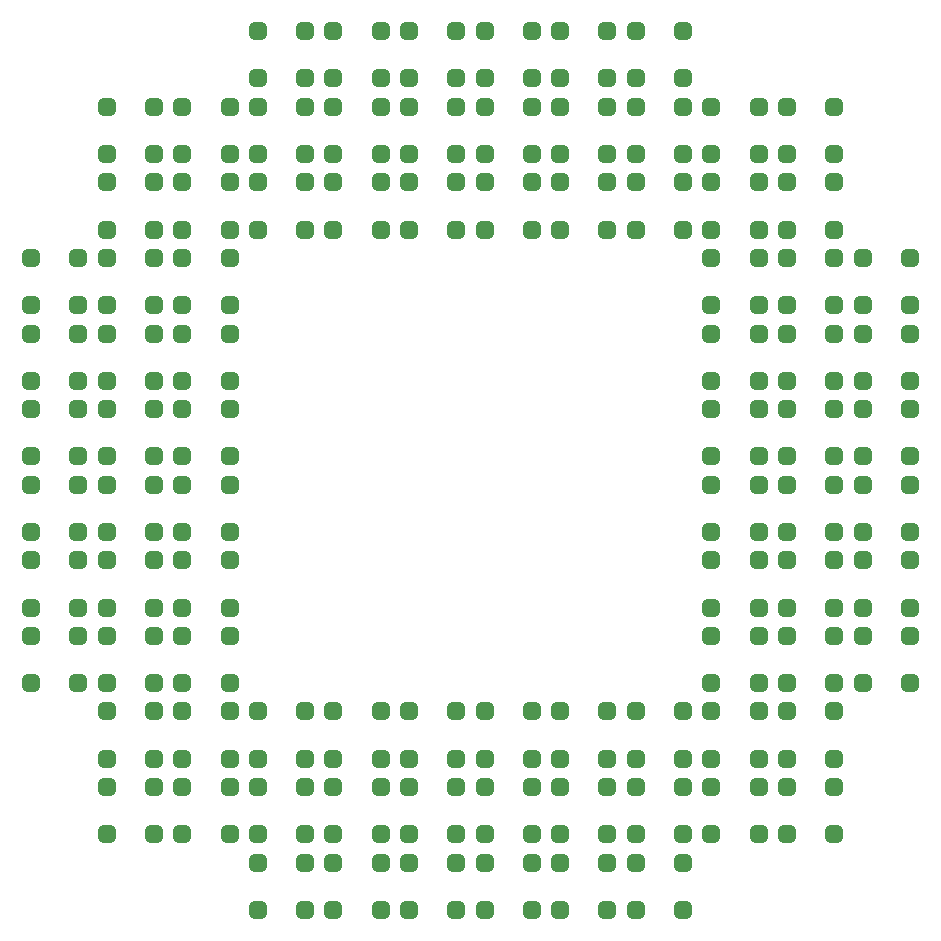
<source format=gbr>
%TF.GenerationSoftware,KiCad,Pcbnew,(6.0.5)*%
%TF.CreationDate,2022-06-16T08:04:58-07:00*%
%TF.ProjectId,LED,4c45442e-6b69-4636-9164-5f7063625858,rev?*%
%TF.SameCoordinates,Original*%
%TF.FileFunction,Paste,Top*%
%TF.FilePolarity,Positive*%
%FSLAX46Y46*%
G04 Gerber Fmt 4.6, Leading zero omitted, Abs format (unit mm)*
G04 Created by KiCad (PCBNEW (6.0.5)) date 2022-06-16 08:04:58*
%MOMM*%
%LPD*%
G01*
G04 APERTURE LIST*
G04 Aperture macros list*
%AMRoundRect*
0 Rectangle with rounded corners*
0 $1 Rounding radius*
0 $2 $3 $4 $5 $6 $7 $8 $9 X,Y pos of 4 corners*
0 Add a 4 corners polygon primitive as box body*
4,1,4,$2,$3,$4,$5,$6,$7,$8,$9,$2,$3,0*
0 Add four circle primitives for the rounded corners*
1,1,$1+$1,$2,$3*
1,1,$1+$1,$4,$5*
1,1,$1+$1,$6,$7*
1,1,$1+$1,$8,$9*
0 Add four rect primitives between the rounded corners*
20,1,$1+$1,$2,$3,$4,$5,0*
20,1,$1+$1,$4,$5,$6,$7,0*
20,1,$1+$1,$6,$7,$8,$9,0*
20,1,$1+$1,$8,$9,$2,$3,0*%
G04 Aperture macros list end*
%ADD10RoundRect,0.367500X-0.367500X0.367500X-0.367500X-0.367500X0.367500X-0.367500X0.367500X0.367500X0*%
%ADD11RoundRect,0.367500X0.367500X-0.367500X0.367500X0.367500X-0.367500X0.367500X-0.367500X-0.367500X0*%
%ADD12RoundRect,0.367500X-0.367500X-0.367500X0.367500X-0.367500X0.367500X0.367500X-0.367500X0.367500X0*%
%ADD13RoundRect,0.367500X0.367500X0.367500X-0.367500X0.367500X-0.367500X-0.367500X0.367500X-0.367500X0*%
G04 APERTURE END LIST*
D10*
%TO.C,D42*%
X180799995Y-81999997D03*
X180799995Y-85999997D03*
D11*
X176799995Y-85999997D03*
X176799995Y-81999997D03*
%TD*%
D10*
%TO.C,D47*%
X180799995Y-113999997D03*
X180799995Y-117999997D03*
D11*
X176799995Y-117999997D03*
X176799995Y-113999997D03*
%TD*%
D12*
%TO.C,D38*%
X163999995Y-69199997D03*
X167999995Y-69199997D03*
D13*
X167999995Y-73199997D03*
X163999995Y-73199997D03*
%TD*%
D12*
%TO.C,D3*%
X138399995Y-75599997D03*
X142399995Y-75599997D03*
D13*
X142399995Y-79599997D03*
X138399995Y-79599997D03*
%TD*%
D12*
%TO.C,D2*%
X131999995Y-75599997D03*
X135999995Y-75599997D03*
D13*
X135999995Y-79599997D03*
X131999995Y-79599997D03*
%TD*%
D10*
%TO.C,D48*%
X180799995Y-120399997D03*
X180799995Y-124399997D03*
D11*
X176799995Y-124399997D03*
X176799995Y-120399997D03*
%TD*%
D12*
%TO.C,D1*%
X125599995Y-75599997D03*
X129599995Y-75599997D03*
D13*
X129599995Y-79599997D03*
X125599995Y-79599997D03*
%TD*%
%TO.C,D55*%
X142399995Y-130799997D03*
X138399995Y-130799997D03*
D12*
X138399995Y-126799997D03*
X142399995Y-126799997D03*
%TD*%
%TO.C,D4*%
X144799995Y-75599997D03*
X148799995Y-75599997D03*
D13*
X148799995Y-79599997D03*
X144799995Y-79599997D03*
%TD*%
%TO.C,D82*%
X148799995Y-137199997D03*
X144799995Y-137199997D03*
D12*
X144799995Y-133199997D03*
X148799995Y-133199997D03*
%TD*%
%TO.C,D32*%
X125599995Y-69199997D03*
X129599995Y-69199997D03*
D13*
X129599995Y-73199997D03*
X125599995Y-73199997D03*
%TD*%
D10*
%TO.C,D76*%
X187199995Y-101199997D03*
X187199995Y-105199997D03*
D11*
X183199995Y-105199997D03*
X183199995Y-101199997D03*
%TD*%
D10*
%TO.C,D75*%
X187199995Y-94799997D03*
X187199995Y-98799997D03*
D11*
X183199995Y-98799997D03*
X183199995Y-94799997D03*
%TD*%
D12*
%TO.C,D70*%
X151199995Y-62799997D03*
X155199995Y-62799997D03*
D13*
X155199995Y-66799997D03*
X151199995Y-66799997D03*
%TD*%
D11*
%TO.C,D87*%
X112799995Y-105199997D03*
X112799995Y-101199997D03*
D10*
X116799995Y-101199997D03*
X116799995Y-105199997D03*
%TD*%
D11*
%TO.C,D26*%
X125599995Y-98799997D03*
X125599995Y-94799997D03*
D10*
X129599995Y-94799997D03*
X129599995Y-98799997D03*
%TD*%
%TO.C,D13*%
X174399995Y-107599997D03*
X174399995Y-111599997D03*
D11*
X170399995Y-111599997D03*
X170399995Y-107599997D03*
%TD*%
D13*
%TO.C,D53*%
X155199995Y-130799997D03*
X151199995Y-130799997D03*
D12*
X151199995Y-126799997D03*
X155199995Y-126799997D03*
%TD*%
D11*
%TO.C,D86*%
X112799995Y-111599997D03*
X112799995Y-107599997D03*
D10*
X116799995Y-107599997D03*
X116799995Y-111599997D03*
%TD*%
%TO.C,D8*%
X174399995Y-75599997D03*
X174399995Y-79599997D03*
D11*
X170399995Y-79599997D03*
X170399995Y-75599997D03*
%TD*%
%TO.C,D62*%
X119199995Y-105199997D03*
X119199995Y-101199997D03*
D10*
X123199995Y-101199997D03*
X123199995Y-105199997D03*
%TD*%
D13*
%TO.C,D65*%
X116799995Y-92399997D03*
X112799995Y-92399997D03*
D12*
X112799995Y-88399997D03*
X116799995Y-88399997D03*
%TD*%
%TO.C,D7*%
X163999995Y-75599997D03*
X167999995Y-75599997D03*
D13*
X167999995Y-79599997D03*
X163999995Y-79599997D03*
%TD*%
D11*
%TO.C,D25*%
X125599995Y-105199997D03*
X125599995Y-101199997D03*
D10*
X129599995Y-101199997D03*
X129599995Y-105199997D03*
%TD*%
D11*
%TO.C,D27*%
X125599995Y-92399997D03*
X125599995Y-88399997D03*
D10*
X129599995Y-88399997D03*
X129599995Y-92399997D03*
%TD*%
%TO.C,D49*%
X180799995Y-126799997D03*
X180799995Y-130799997D03*
D11*
X176799995Y-130799997D03*
X176799995Y-126799997D03*
%TD*%
D10*
%TO.C,D15*%
X174399995Y-120399997D03*
X174399995Y-124399997D03*
D11*
X170399995Y-124399997D03*
X170399995Y-120399997D03*
%TD*%
D13*
%TO.C,D22*%
X129599995Y-124399997D03*
X125599995Y-124399997D03*
D12*
X125599995Y-120399997D03*
X129599995Y-120399997D03*
%TD*%
D10*
%TO.C,D44*%
X180799995Y-94799997D03*
X180799995Y-98799997D03*
D11*
X176799995Y-98799997D03*
X176799995Y-94799997D03*
%TD*%
D12*
%TO.C,D40*%
X176799995Y-69199997D03*
X180799995Y-69199997D03*
D13*
X180799995Y-73199997D03*
X176799995Y-73199997D03*
%TD*%
D12*
%TO.C,D35*%
X144799995Y-69199997D03*
X148799995Y-69199997D03*
D13*
X148799995Y-73199997D03*
X144799995Y-73199997D03*
%TD*%
D10*
%TO.C,D9*%
X174399995Y-81999997D03*
X174399995Y-85999997D03*
D11*
X170399995Y-85999997D03*
X170399995Y-81999997D03*
%TD*%
%TO.C,D30*%
X119199995Y-79599997D03*
X119199995Y-75599997D03*
D10*
X123199995Y-75599997D03*
X123199995Y-79599997D03*
%TD*%
D11*
%TO.C,D28*%
X125599995Y-85999997D03*
X125599995Y-81999997D03*
D10*
X129599995Y-81999997D03*
X129599995Y-85999997D03*
%TD*%
D13*
%TO.C,D50*%
X174399995Y-130799997D03*
X170399995Y-130799997D03*
D12*
X170399995Y-126799997D03*
X174399995Y-126799997D03*
%TD*%
D13*
%TO.C,D84*%
X135999995Y-137199997D03*
X131999995Y-137199997D03*
D12*
X131999995Y-133199997D03*
X135999995Y-133199997D03*
%TD*%
%TO.C,D67*%
X131999995Y-62799997D03*
X135999995Y-62799997D03*
D13*
X135999995Y-66799997D03*
X131999995Y-66799997D03*
%TD*%
D10*
%TO.C,D73*%
X187199995Y-81999997D03*
X187199995Y-85999997D03*
D11*
X183199995Y-85999997D03*
X183199995Y-81999997D03*
%TD*%
D12*
%TO.C,D31*%
X119199995Y-69199997D03*
X123199995Y-69199997D03*
D13*
X123199995Y-73199997D03*
X119199995Y-73199997D03*
%TD*%
%TO.C,D56*%
X135999995Y-130799997D03*
X131999995Y-130799997D03*
D12*
X131999995Y-126799997D03*
X135999995Y-126799997D03*
%TD*%
D11*
%TO.C,D85*%
X112799995Y-117999997D03*
X112799995Y-113999997D03*
D10*
X116799995Y-113999997D03*
X116799995Y-117999997D03*
%TD*%
%TO.C,D14*%
X174399995Y-113999997D03*
X174399995Y-117999997D03*
D11*
X170399995Y-117999997D03*
X170399995Y-113999997D03*
%TD*%
D12*
%TO.C,D6*%
X157599995Y-75599997D03*
X161599995Y-75599997D03*
D13*
X161599995Y-79599997D03*
X157599995Y-79599997D03*
%TD*%
%TO.C,D18*%
X155199995Y-124399997D03*
X151199995Y-124399997D03*
D12*
X151199995Y-120399997D03*
X155199995Y-120399997D03*
%TD*%
D13*
%TO.C,D21*%
X135999995Y-124399997D03*
X131999995Y-124399997D03*
D12*
X131999995Y-120399997D03*
X135999995Y-120399997D03*
%TD*%
D10*
%TO.C,D10*%
X174399995Y-88399997D03*
X174399995Y-92399997D03*
D11*
X170399995Y-92399997D03*
X170399995Y-88399997D03*
%TD*%
%TO.C,D61*%
X119199995Y-111599997D03*
X119199995Y-107599997D03*
D10*
X123199995Y-107599997D03*
X123199995Y-111599997D03*
%TD*%
D13*
%TO.C,D81*%
X155199995Y-137199997D03*
X151199995Y-137199997D03*
D12*
X151199995Y-133199997D03*
X155199995Y-133199997D03*
%TD*%
D13*
%TO.C,D80*%
X161599995Y-137199997D03*
X157599995Y-137199997D03*
D12*
X157599995Y-133199997D03*
X161599995Y-133199997D03*
%TD*%
D13*
%TO.C,D29*%
X123199995Y-85999997D03*
X119199995Y-85999997D03*
D12*
X119199995Y-81999997D03*
X123199995Y-81999997D03*
%TD*%
D11*
%TO.C,D64*%
X119199995Y-92399997D03*
X119199995Y-88399997D03*
D10*
X123199995Y-88399997D03*
X123199995Y-92399997D03*
%TD*%
D13*
%TO.C,D79*%
X167999995Y-137199997D03*
X163999995Y-137199997D03*
D12*
X163999995Y-133199997D03*
X167999995Y-133199997D03*
%TD*%
%TO.C,D37*%
X157599995Y-69199997D03*
X161599995Y-69199997D03*
D13*
X161599995Y-73199997D03*
X157599995Y-73199997D03*
%TD*%
%TO.C,D83*%
X142399995Y-137199997D03*
X138399995Y-137199997D03*
D12*
X138399995Y-133199997D03*
X142399995Y-133199997D03*
%TD*%
%TO.C,D72*%
X163999995Y-62799997D03*
X167999995Y-62799997D03*
D13*
X167999995Y-66799997D03*
X163999995Y-66799997D03*
%TD*%
D12*
%TO.C,D33*%
X131999995Y-69199997D03*
X135999995Y-69199997D03*
D13*
X135999995Y-73199997D03*
X131999995Y-73199997D03*
%TD*%
D10*
%TO.C,D78*%
X187199995Y-113999997D03*
X187199995Y-117999997D03*
D11*
X183199995Y-117999997D03*
X183199995Y-113999997D03*
%TD*%
D10*
%TO.C,D45*%
X180799995Y-101199997D03*
X180799995Y-105199997D03*
D11*
X176799995Y-105199997D03*
X176799995Y-101199997D03*
%TD*%
D10*
%TO.C,D43*%
X180799995Y-88399997D03*
X180799995Y-92399997D03*
D11*
X176799995Y-92399997D03*
X176799995Y-88399997D03*
%TD*%
D10*
%TO.C,D12*%
X174399995Y-101199997D03*
X174399995Y-105199997D03*
D11*
X170399995Y-105199997D03*
X170399995Y-101199997D03*
%TD*%
D12*
%TO.C,D34*%
X138399995Y-69199997D03*
X142399995Y-69199997D03*
D13*
X142399995Y-73199997D03*
X138399995Y-73199997D03*
%TD*%
%TO.C,D19*%
X148799995Y-124399997D03*
X144799995Y-124399997D03*
D12*
X144799995Y-120399997D03*
X148799995Y-120399997D03*
%TD*%
D10*
%TO.C,D74*%
X187199995Y-88399997D03*
X187199995Y-92399997D03*
D11*
X183199995Y-92399997D03*
X183199995Y-88399997D03*
%TD*%
%TO.C,D60*%
X119199995Y-117999997D03*
X119199995Y-113999997D03*
D10*
X123199995Y-113999997D03*
X123199995Y-117999997D03*
%TD*%
D12*
%TO.C,D69*%
X144799995Y-62799997D03*
X148799995Y-62799997D03*
D13*
X148799995Y-66799997D03*
X144799995Y-66799997D03*
%TD*%
D10*
%TO.C,D11*%
X174399995Y-94799997D03*
X174399995Y-98799997D03*
D11*
X170399995Y-98799997D03*
X170399995Y-94799997D03*
%TD*%
%TO.C,D59*%
X119199995Y-124399997D03*
X119199995Y-120399997D03*
D10*
X123199995Y-120399997D03*
X123199995Y-124399997D03*
%TD*%
D13*
%TO.C,D16*%
X167999995Y-124399997D03*
X163999995Y-124399997D03*
D12*
X163999995Y-120399997D03*
X167999995Y-120399997D03*
%TD*%
D11*
%TO.C,D88*%
X112799995Y-98799997D03*
X112799995Y-94799997D03*
D10*
X116799995Y-94799997D03*
X116799995Y-98799997D03*
%TD*%
D12*
%TO.C,D36*%
X151199995Y-69199997D03*
X155199995Y-69199997D03*
D13*
X155199995Y-73199997D03*
X151199995Y-73199997D03*
%TD*%
D12*
%TO.C,D39*%
X170399995Y-69199997D03*
X174399995Y-69199997D03*
D13*
X174399995Y-73199997D03*
X170399995Y-73199997D03*
%TD*%
%TO.C,D52*%
X161599995Y-130799997D03*
X157599995Y-130799997D03*
D12*
X157599995Y-126799997D03*
X161599995Y-126799997D03*
%TD*%
D13*
%TO.C,D54*%
X148799995Y-130799997D03*
X144799995Y-130799997D03*
D12*
X144799995Y-126799997D03*
X148799995Y-126799997D03*
%TD*%
%TO.C,D71*%
X157599995Y-62799997D03*
X161599995Y-62799997D03*
D13*
X161599995Y-66799997D03*
X157599995Y-66799997D03*
%TD*%
%TO.C,D57*%
X129599995Y-130799997D03*
X125599995Y-130799997D03*
D12*
X125599995Y-126799997D03*
X129599995Y-126799997D03*
%TD*%
D11*
%TO.C,D66*%
X112799995Y-85999997D03*
X112799995Y-81999997D03*
D10*
X116799995Y-81999997D03*
X116799995Y-85999997D03*
%TD*%
%TO.C,D77*%
X187199995Y-107599997D03*
X187199995Y-111599997D03*
D11*
X183199995Y-111599997D03*
X183199995Y-107599997D03*
%TD*%
D12*
%TO.C,D5*%
X151199995Y-75599997D03*
X155199995Y-75599997D03*
D13*
X155199995Y-79599997D03*
X151199995Y-79599997D03*
%TD*%
%TO.C,D58*%
X123199995Y-130799997D03*
X119199995Y-130799997D03*
D12*
X119199995Y-126799997D03*
X123199995Y-126799997D03*
%TD*%
D13*
%TO.C,D17*%
X161599995Y-124399997D03*
X157599995Y-124399997D03*
D12*
X157599995Y-120399997D03*
X161599995Y-120399997D03*
%TD*%
%TO.C,D68*%
X138399995Y-62799997D03*
X142399995Y-62799997D03*
D13*
X142399995Y-66799997D03*
X138399995Y-66799997D03*
%TD*%
D11*
%TO.C,D63*%
X119199995Y-98799997D03*
X119199995Y-94799997D03*
D10*
X123199995Y-94799997D03*
X123199995Y-98799997D03*
%TD*%
D11*
%TO.C,D23*%
X125599995Y-117999997D03*
X125599995Y-113999997D03*
D10*
X129599995Y-113999997D03*
X129599995Y-117999997D03*
%TD*%
%TO.C,D46*%
X180799995Y-107599997D03*
X180799995Y-111599997D03*
D11*
X176799995Y-111599997D03*
X176799995Y-107599997D03*
%TD*%
D13*
%TO.C,D51*%
X167999995Y-130799997D03*
X163999995Y-130799997D03*
D12*
X163999995Y-126799997D03*
X167999995Y-126799997D03*
%TD*%
D10*
%TO.C,D41*%
X180799995Y-75599997D03*
X180799995Y-79599997D03*
D11*
X176799995Y-79599997D03*
X176799995Y-75599997D03*
%TD*%
D13*
%TO.C,D20*%
X142399995Y-124399997D03*
X138399995Y-124399997D03*
D12*
X138399995Y-120399997D03*
X142399995Y-120399997D03*
%TD*%
D11*
%TO.C,D24*%
X125599995Y-111599997D03*
X125599995Y-107599997D03*
D10*
X129599995Y-107599997D03*
X129599995Y-111599997D03*
%TD*%
M02*

</source>
